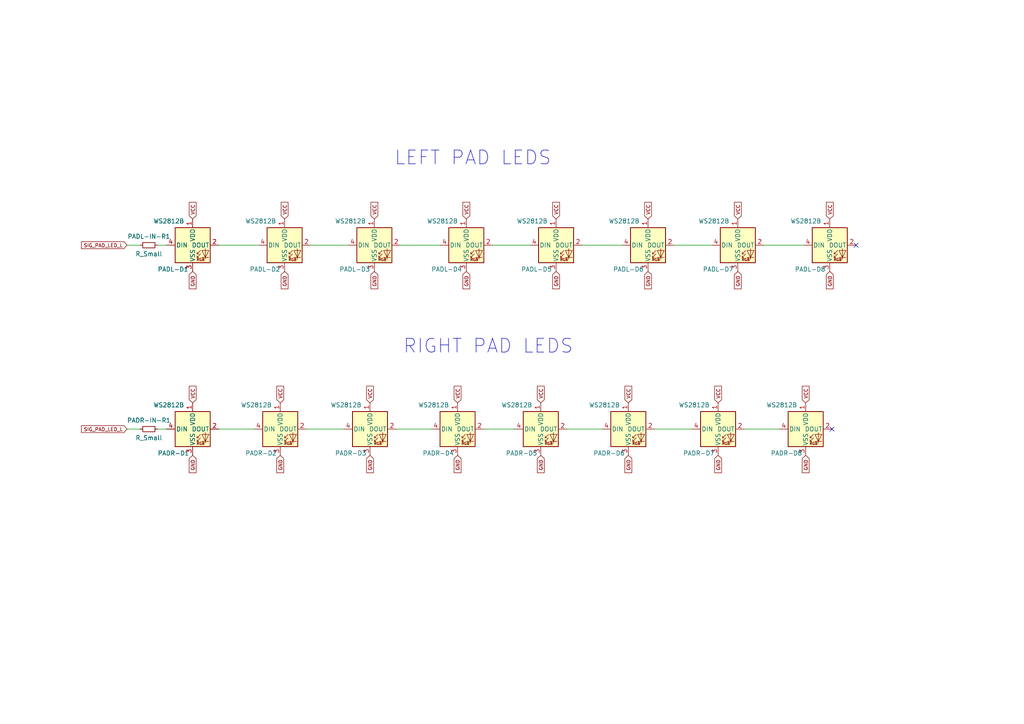
<source format=kicad_sch>
(kicad_sch (version 20210126) (generator eeschema)
  (paper "A4")
  (lib_symbols
    (symbol "Device:R_Small" (pin_numbers hide) (pin_names (offset 0.254) hide)
      (property "Reference" "R" (at 0.762 0.508 0))
      (property "Value" "R_Small" (at 0.762 -1.016 0))
      (symbol "R_Small_0_1"
        (rectangle (start -0.762 1.778) (end 0.762 -1.778) (stroke (width 0.2032)))
      )
      (symbol "R_Small_1_1"
        (pin passive line (at 0 2.54 270) (length 0.762) (name "~") (number "1"))
        (pin passive line (at 0 -2.54 90) (length 0.762) (name "~") (number "2"))
      )
    )
    (symbol "LED:WS2812B" (pin_names (offset 0.254))
      (property "Reference" "D" (at 5.08 5.715 0))
      (property "Value" "WS2812B" (at 1.27 -5.715 0))
      (symbol "WS2812B_0_0"
        (text "RGB" (at 2.286 -4.191 0) (effects (font (size 0.762 0.762))))
      )
      (symbol "WS2812B_0_1"
        (rectangle (start 5.08 5.08) (end -5.08 -5.08) (stroke (width 0.254)) (fill (type background)))
        (polyline (pts (xy 1.27 -3.556) (xy 1.778 -3.556)))
        (polyline (pts (xy 1.27 -2.54) (xy 1.778 -2.54)))
        (polyline (pts (xy 4.699 -3.556) (xy 2.667 -3.556)))
        (polyline (pts (xy 2.286 -2.54) (xy 1.27 -3.556) (xy 1.27 -3.048)))
        (polyline (pts (xy 2.286 -1.524) (xy 1.27 -2.54) (xy 1.27 -2.032)))
        (polyline (pts (xy 3.683 -1.016) (xy 3.683 -3.556) (xy 3.683 -4.064)))
        (polyline (pts (xy 4.699 -1.524) (xy 2.667 -1.524) (xy 3.683 -3.556) (xy 4.699 -1.524)))
      )
      (symbol "WS2812B_1_1"
        (pin power_in line (at 0 7.62 270) (length 2.54) (name "VDD") (number "1"))
        (pin output line (at 7.62 0 180) (length 2.54) (name "DOUT") (number "2"))
        (pin power_in line (at 0 -7.62 90) (length 2.54) (name "VSS") (number "3"))
        (pin input line (at -7.62 0 0) (length 2.54) (name "DIN") (number "4"))
      )
    )
  )
  (no_connect (at 241.3 124.46))
  (no_connect (at 248.285 71.12))
  (wire (pts (xy 36.83 71.12) (xy 40.64 71.12)))
  (wire (pts (xy 36.83 124.46) (xy 40.64 124.46)))
  (wire (pts (xy 45.72 71.12) (xy 48.26 71.12)))
  (wire (pts (xy 45.72 124.46) (xy 48.26 124.46)))
  (wire (pts (xy 63.5 71.12) (xy 74.93 71.12)))
  (wire (pts (xy 63.5 124.46) (xy 73.66 124.46)))
  (wire (pts (xy 88.9 124.46) (xy 99.695 124.46)))
  (wire (pts (xy 90.17 71.12) (xy 100.965 71.12)))
  (wire (pts (xy 114.935 124.46) (xy 125.095 124.46)))
  (wire (pts (xy 116.205 71.12) (xy 127.635 71.12)))
  (wire (pts (xy 140.335 124.46) (xy 149.225 124.46)))
  (wire (pts (xy 142.875 71.12) (xy 153.67 71.12)))
  (wire (pts (xy 164.465 124.46) (xy 174.625 124.46)))
  (wire (pts (xy 168.91 71.12) (xy 180.34 71.12)))
  (wire (pts (xy 189.865 124.46) (xy 200.66 124.46)))
  (wire (pts (xy 195.58 71.12) (xy 206.375 71.12)))
  (wire (pts (xy 215.9 124.46) (xy 226.06 124.46)))
  (wire (pts (xy 221.615 71.12) (xy 233.045 71.12)))
  (text "LEFT PAD LEDS" (at 114.3 48.26 0) (effects (font (size 4 4)) (justify left bottom)))
  (text "RIGHT PAD LEDS" (at 116.84 102.87 0) (effects (font (size 4 4)) (justify left bottom)))
  (global_label "SIG_PAD_LED_L" (shape input) (at 36.83 71.12 180) (effects (font (size 1.016 1.016))) (property "Intersheet References" "${INTERSHEET_REFS}" (effects hide)))
  (global_label "SIG_PAD_LED_L" (shape input) (at 36.83 124.46 180) (effects (font (size 1.016 1.016))) (property "Intersheet References" "${INTERSHEET_REFS}" (effects hide)))
  (global_label "VCC" (shape input) (at 55.88 63.5 90) (effects (font (size 1.016 1.016))) (property "Intersheet References" "${INTERSHEET_REFS}" (effects hide)))
  (global_label "GND" (shape input) (at 55.88 78.74 270) (effects (font (size 1.016 1.016))) (property "Intersheet References" "${INTERSHEET_REFS}" (effects hide)))
  (global_label "VCC" (shape input) (at 55.88 116.84 90) (effects (font (size 1.016 1.016))) (property "Intersheet References" "${INTERSHEET_REFS}" (effects hide)))
  (global_label "GND" (shape input) (at 55.88 132.08 270) (effects (font (size 1.016 1.016))) (property "Intersheet References" "${INTERSHEET_REFS}" (effects hide)))
  (global_label "VCC" (shape input) (at 81.28 116.84 90) (effects (font (size 1.016 1.016))) (property "Intersheet References" "${INTERSHEET_REFS}" (effects hide)))
  (global_label "GND" (shape input) (at 81.28 132.08 270) (effects (font (size 1.016 1.016))) (property "Intersheet References" "${INTERSHEET_REFS}" (effects hide)))
  (global_label "VCC" (shape input) (at 82.55 63.5 90) (effects (font (size 1.016 1.016))) (property "Intersheet References" "${INTERSHEET_REFS}" (effects hide)))
  (global_label "GND" (shape input) (at 82.55 78.74 270) (effects (font (size 1.016 1.016))) (property "Intersheet References" "${INTERSHEET_REFS}" (effects hide)))
  (global_label "VCC" (shape input) (at 107.315 116.84 90) (effects (font (size 1.016 1.016))) (property "Intersheet References" "${INTERSHEET_REFS}" (effects hide)))
  (global_label "GND" (shape input) (at 107.315 132.08 270) (effects (font (size 1.016 1.016))) (property "Intersheet References" "${INTERSHEET_REFS}" (effects hide)))
  (global_label "VCC" (shape input) (at 108.585 63.5 90) (effects (font (size 1.016 1.016))) (property "Intersheet References" "${INTERSHEET_REFS}" (effects hide)))
  (global_label "GND" (shape input) (at 108.585 78.74 270) (effects (font (size 1.016 1.016))) (property "Intersheet References" "${INTERSHEET_REFS}" (effects hide)))
  (global_label "VCC" (shape input) (at 132.715 116.84 90) (effects (font (size 1.016 1.016))) (property "Intersheet References" "${INTERSHEET_REFS}" (effects hide)))
  (global_label "GND" (shape input) (at 132.715 132.08 270) (effects (font (size 1.016 1.016))) (property "Intersheet References" "${INTERSHEET_REFS}" (effects hide)))
  (global_label "VCC" (shape input) (at 135.255 63.5 90) (effects (font (size 1.016 1.016))) (property "Intersheet References" "${INTERSHEET_REFS}" (effects hide)))
  (global_label "GND" (shape input) (at 135.255 78.74 270) (effects (font (size 1.016 1.016))) (property "Intersheet References" "${INTERSHEET_REFS}" (effects hide)))
  (global_label "VCC" (shape input) (at 156.845 116.84 90) (effects (font (size 1.016 1.016))) (property "Intersheet References" "${INTERSHEET_REFS}" (effects hide)))
  (global_label "GND" (shape input) (at 156.845 132.08 270) (effects (font (size 1.016 1.016))) (property "Intersheet References" "${INTERSHEET_REFS}" (effects hide)))
  (global_label "VCC" (shape input) (at 161.29 63.5 90) (effects (font (size 1.016 1.016))) (property "Intersheet References" "${INTERSHEET_REFS}" (effects hide)))
  (global_label "GND" (shape input) (at 161.29 78.74 270) (effects (font (size 1.016 1.016))) (property "Intersheet References" "${INTERSHEET_REFS}" (effects hide)))
  (global_label "VCC" (shape input) (at 182.245 116.84 90) (effects (font (size 1.016 1.016))) (property "Intersheet References" "${INTERSHEET_REFS}" (effects hide)))
  (global_label "GND" (shape input) (at 182.245 132.08 270) (effects (font (size 1.016 1.016))) (property "Intersheet References" "${INTERSHEET_REFS}" (effects hide)))
  (global_label "VCC" (shape input) (at 187.96 63.5 90) (effects (font (size 1.016 1.016))) (property "Intersheet References" "${INTERSHEET_REFS}" (effects hide)))
  (global_label "GND" (shape input) (at 187.96 78.74 270) (effects (font (size 1.016 1.016))) (property "Intersheet References" "${INTERSHEET_REFS}" (effects hide)))
  (global_label "VCC" (shape input) (at 208.28 116.84 90) (effects (font (size 1.016 1.016))) (property "Intersheet References" "${INTERSHEET_REFS}" (effects hide)))
  (global_label "GND" (shape input) (at 208.28 132.08 270) (effects (font (size 1.016 1.016))) (property "Intersheet References" "${INTERSHEET_REFS}" (effects hide)))
  (global_label "VCC" (shape input) (at 213.995 63.5 90) (effects (font (size 1.016 1.016))) (property "Intersheet References" "${INTERSHEET_REFS}" (effects hide)))
  (global_label "GND" (shape input) (at 213.995 78.74 270) (effects (font (size 1.016 1.016))) (property "Intersheet References" "${INTERSHEET_REFS}" (effects hide)))
  (global_label "VCC" (shape input) (at 233.68 116.84 90) (effects (font (size 1.016 1.016))) (property "Intersheet References" "${INTERSHEET_REFS}" (effects hide)))
  (global_label "GND" (shape input) (at 233.68 132.08 270) (effects (font (size 1.016 1.016))) (property "Intersheet References" "${INTERSHEET_REFS}" (effects hide)))
  (global_label "VCC" (shape input) (at 240.665 63.5 90) (effects (font (size 1.016 1.016))) (property "Intersheet References" "${INTERSHEET_REFS}" (effects hide)))
  (global_label "GND" (shape input) (at 240.665 78.74 270) (effects (font (size 1.016 1.016))) (property "Intersheet References" "${INTERSHEET_REFS}" (effects hide)))
  (symbol (lib_id "Device:R_Small") (at 43.18 71.12 90) (unit 1)
    (property "Reference" "PADL-IN-R1" (at 43.18 68.58 90))
    (property "Value" "R_Small" (at 43.18 73.66 90))
    (property "Footprint" "Resistor_SMD:R_1206_3216Metric_Pad1.30x1.75mm_HandSolder" (effects hide))
  )
  (symbol (lib_id "Device:R_Small") (at 43.18 124.46 90) (unit 1)
    (property "Reference" "PADR-IN-R1" (at 43.18 121.92 90))
    (property "Value" "R_Small" (at 43.18 127 90))
    (property "Footprint" "Resistor_SMD:R_1206_3216Metric_Pad1.30x1.75mm_HandSolder" (effects hide))
  )
  (symbol (lib_id "LED:WS2812B") (at 55.88 71.12 0) (unit 1)
    (property "Reference" "PADL-D1" (at 45.72 78.1049 0) (effects (justify left)))
    (property "Value" "WS2812B" (at 44.45 64.1349 0) (effects (justify left)))
    (property "Footprint" "LED_SMD:LED_WS2812B_PLCC4_5.0x5.0mm_P3.2mm" (effects hide))
    (property "Datasheet" "https://cdn-shop.adafruit.com/datasheets/WS2812B.pdf" (effects hide))
  )
  (symbol (lib_id "LED:WS2812B") (at 55.88 124.46 0) (unit 1)
    (property "Reference" "PADR-D1" (at 45.72 131.4449 0) (effects (justify left)))
    (property "Value" "WS2812B" (at 44.45 117.4749 0) (effects (justify left)))
    (property "Footprint" "LED_SMD:LED_WS2812B_PLCC4_5.0x5.0mm_P3.2mm" (effects hide))
    (property "Datasheet" "https://cdn-shop.adafruit.com/datasheets/WS2812B.pdf" (effects hide))
  )
  (symbol (lib_id "LED:WS2812B") (at 81.28 124.46 0) (unit 1)
    (property "Reference" "PADR-D2" (at 71.12 131.4449 0) (effects (justify left)))
    (property "Value" "WS2812B" (at 69.85 117.4749 0) (effects (justify left)))
    (property "Footprint" "LED_SMD:LED_WS2812B_PLCC4_5.0x5.0mm_P3.2mm" (effects hide))
    (property "Datasheet" "https://cdn-shop.adafruit.com/datasheets/WS2812B.pdf" (effects hide))
  )
  (symbol (lib_id "LED:WS2812B") (at 82.55 71.12 0) (unit 1)
    (property "Reference" "PADL-D2" (at 72.39 78.1049 0) (effects (justify left)))
    (property "Value" "WS2812B" (at 71.12 64.1349 0) (effects (justify left)))
    (property "Footprint" "LED_SMD:LED_WS2812B_PLCC4_5.0x5.0mm_P3.2mm" (effects hide))
    (property "Datasheet" "https://cdn-shop.adafruit.com/datasheets/WS2812B.pdf" (effects hide))
  )
  (symbol (lib_id "LED:WS2812B") (at 107.315 124.46 0) (unit 1)
    (property "Reference" "PADR-D3" (at 97.155 131.4449 0) (effects (justify left)))
    (property "Value" "WS2812B" (at 95.885 117.4749 0) (effects (justify left)))
    (property "Footprint" "LED_SMD:LED_WS2812B_PLCC4_5.0x5.0mm_P3.2mm" (effects hide))
    (property "Datasheet" "https://cdn-shop.adafruit.com/datasheets/WS2812B.pdf" (effects hide))
  )
  (symbol (lib_id "LED:WS2812B") (at 108.585 71.12 0) (unit 1)
    (property "Reference" "PADL-D3" (at 98.425 78.1049 0) (effects (justify left)))
    (property "Value" "WS2812B" (at 97.155 64.1349 0) (effects (justify left)))
    (property "Footprint" "LED_SMD:LED_WS2812B_PLCC4_5.0x5.0mm_P3.2mm" (effects hide))
    (property "Datasheet" "https://cdn-shop.adafruit.com/datasheets/WS2812B.pdf" (effects hide))
  )
  (symbol (lib_id "LED:WS2812B") (at 132.715 124.46 0) (unit 1)
    (property "Reference" "PADR-D4" (at 122.555 131.4449 0) (effects (justify left)))
    (property "Value" "WS2812B" (at 121.285 117.4749 0) (effects (justify left)))
    (property "Footprint" "LED_SMD:LED_WS2812B_PLCC4_5.0x5.0mm_P3.2mm" (effects hide))
    (property "Datasheet" "https://cdn-shop.adafruit.com/datasheets/WS2812B.pdf" (effects hide))
  )
  (symbol (lib_id "LED:WS2812B") (at 135.255 71.12 0) (unit 1)
    (property "Reference" "PADL-D4" (at 125.095 78.1049 0) (effects (justify left)))
    (property "Value" "WS2812B" (at 123.825 64.1349 0) (effects (justify left)))
    (property "Footprint" "LED_SMD:LED_WS2812B_PLCC4_5.0x5.0mm_P3.2mm" (effects hide))
    (property "Datasheet" "https://cdn-shop.adafruit.com/datasheets/WS2812B.pdf" (effects hide))
  )
  (symbol (lib_id "LED:WS2812B") (at 156.845 124.46 0) (unit 1)
    (property "Reference" "PADR-D5" (at 146.685 131.4449 0) (effects (justify left)))
    (property "Value" "WS2812B" (at 145.415 117.4749 0) (effects (justify left)))
    (property "Footprint" "LED_SMD:LED_WS2812B_PLCC4_5.0x5.0mm_P3.2mm" (effects hide))
    (property "Datasheet" "https://cdn-shop.adafruit.com/datasheets/WS2812B.pdf" (effects hide))
  )
  (symbol (lib_id "LED:WS2812B") (at 161.29 71.12 0) (unit 1)
    (property "Reference" "PADL-D5" (at 151.13 78.1049 0) (effects (justify left)))
    (property "Value" "WS2812B" (at 149.86 64.1349 0) (effects (justify left)))
    (property "Footprint" "LED_SMD:LED_WS2812B_PLCC4_5.0x5.0mm_P3.2mm" (effects hide))
    (property "Datasheet" "https://cdn-shop.adafruit.com/datasheets/WS2812B.pdf" (effects hide))
  )
  (symbol (lib_id "LED:WS2812B") (at 182.245 124.46 0) (unit 1)
    (property "Reference" "PADR-D6" (at 172.085 131.4449 0) (effects (justify left)))
    (property "Value" "WS2812B" (at 170.815 117.4749 0) (effects (justify left)))
    (property "Footprint" "LED_SMD:LED_WS2812B_PLCC4_5.0x5.0mm_P3.2mm" (effects hide))
    (property "Datasheet" "https://cdn-shop.adafruit.com/datasheets/WS2812B.pdf" (effects hide))
  )
  (symbol (lib_id "LED:WS2812B") (at 187.96 71.12 0) (unit 1)
    (property "Reference" "PADL-D6" (at 177.8 78.1049 0) (effects (justify left)))
    (property "Value" "WS2812B" (at 176.53 64.1349 0) (effects (justify left)))
    (property "Footprint" "LED_SMD:LED_WS2812B_PLCC4_5.0x5.0mm_P3.2mm" (effects hide))
    (property "Datasheet" "https://cdn-shop.adafruit.com/datasheets/WS2812B.pdf" (effects hide))
  )
  (symbol (lib_id "LED:WS2812B") (at 208.28 124.46 0) (unit 1)
    (property "Reference" "PADR-D7" (at 198.12 131.4449 0) (effects (justify left)))
    (property "Value" "WS2812B" (at 196.85 117.4749 0) (effects (justify left)))
    (property "Footprint" "LED_SMD:LED_WS2812B_PLCC4_5.0x5.0mm_P3.2mm" (effects hide))
    (property "Datasheet" "https://cdn-shop.adafruit.com/datasheets/WS2812B.pdf" (effects hide))
  )
  (symbol (lib_id "LED:WS2812B") (at 213.995 71.12 0) (unit 1)
    (property "Reference" "PADL-D7" (at 203.835 78.1049 0) (effects (justify left)))
    (property "Value" "WS2812B" (at 202.565 64.1349 0) (effects (justify left)))
    (property "Footprint" "LED_SMD:LED_WS2812B_PLCC4_5.0x5.0mm_P3.2mm" (effects hide))
    (property "Datasheet" "https://cdn-shop.adafruit.com/datasheets/WS2812B.pdf" (effects hide))
  )
  (symbol (lib_id "LED:WS2812B") (at 233.68 124.46 0) (unit 1)
    (property "Reference" "PADR-D8" (at 223.52 131.4449 0) (effects (justify left)))
    (property "Value" "WS2812B" (at 222.25 117.4749 0) (effects (justify left)))
    (property "Footprint" "LED_SMD:LED_WS2812B_PLCC4_5.0x5.0mm_P3.2mm" (effects hide))
    (property "Datasheet" "https://cdn-shop.adafruit.com/datasheets/WS2812B.pdf" (effects hide))
  )
  (symbol (lib_id "LED:WS2812B") (at 240.665 71.12 0) (unit 1)
    (property "Reference" "PADL-D8" (at 230.505 78.1049 0) (effects (justify left)))
    (property "Value" "WS2812B" (at 229.235 64.1349 0) (effects (justify left)))
    (property "Footprint" "LED_SMD:LED_WS2812B_PLCC4_5.0x5.0mm_P3.2mm" (effects hide))
    (property "Datasheet" "https://cdn-shop.adafruit.com/datasheets/WS2812B.pdf" (effects hide))
  )
)
</source>
